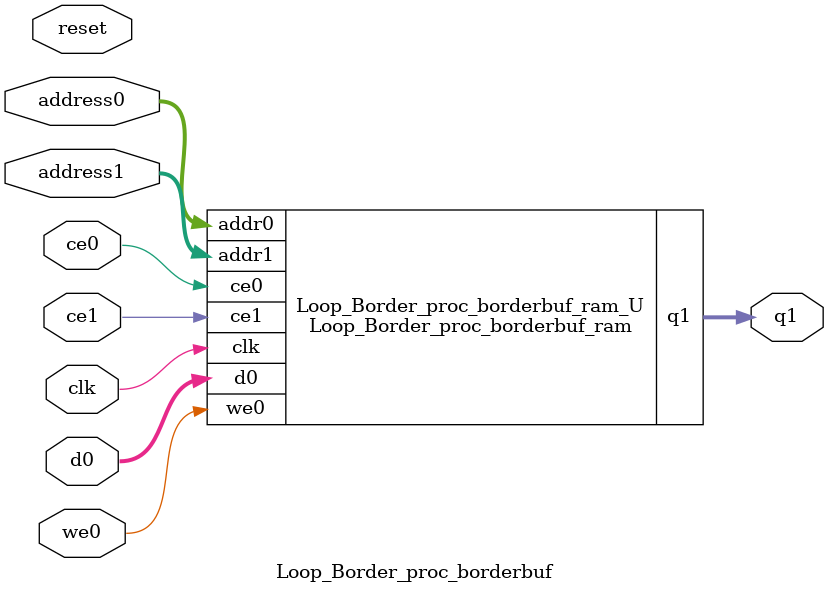
<source format=v>
`timescale 1 ns / 1 ps
module Loop_Border_proc_borderbuf_ram (addr0, ce0, d0, we0, addr1, ce1, q1,  clk);

parameter DWIDTH = 32;
parameter AWIDTH = 11;
parameter MEM_SIZE = 1910;

input[AWIDTH-1:0] addr0;
input ce0;
input[DWIDTH-1:0] d0;
input we0;
input[AWIDTH-1:0] addr1;
input ce1;
output reg[DWIDTH-1:0] q1;
input clk;

(* ram_style = "block" *)reg [DWIDTH-1:0] ram[0:MEM_SIZE-1];




always @(posedge clk)  
begin 
    if (ce0) 
    begin
        if (we0) 
        begin 
            ram[addr0] <= d0; 
        end 
    end
end


always @(posedge clk)  
begin 
    if (ce1) 
    begin
        q1 <= ram[addr1];
    end
end


endmodule

`timescale 1 ns / 1 ps
module Loop_Border_proc_borderbuf(
    reset,
    clk,
    address0,
    ce0,
    we0,
    d0,
    address1,
    ce1,
    q1);

parameter DataWidth = 32'd32;
parameter AddressRange = 32'd1910;
parameter AddressWidth = 32'd11;
input reset;
input clk;
input[AddressWidth - 1:0] address0;
input ce0;
input we0;
input[DataWidth - 1:0] d0;
input[AddressWidth - 1:0] address1;
input ce1;
output[DataWidth - 1:0] q1;



Loop_Border_proc_borderbuf_ram Loop_Border_proc_borderbuf_ram_U(
    .clk( clk ),
    .addr0( address0 ),
    .ce0( ce0 ),
    .we0( we0 ),
    .d0( d0 ),
    .addr1( address1 ),
    .ce1( ce1 ),
    .q1( q1 ));

endmodule


</source>
